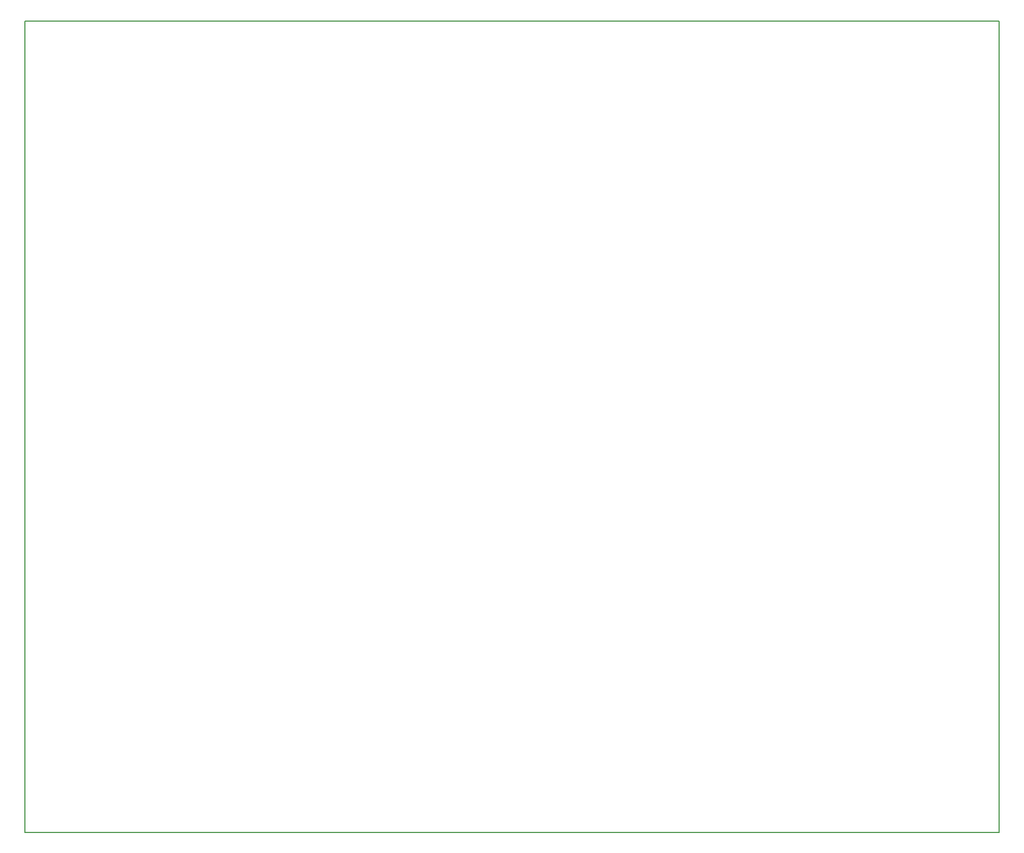
<source format=gbr>
G04 start of page 8 for group 6 idx 6 *
G04 Title: (unknown), outline *
G04 Creator: pcb 4.2.0 *
G04 CreationDate: Thu Jun 25 11:34:01 2020 UTC *
G04 For: commonadmin *
G04 Format: Gerber/RS-274X *
G04 PCB-Dimensions (mil): 6000.00 5000.00 *
G04 PCB-Coordinate-Origin: lower left *
%MOIN*%
%FSLAX25Y25*%
%LNOUTLINE*%
%ADD11C,0.0060*%
G54D11*X0Y500000D02*Y0D01*
Y500000D02*X600000D01*
X0Y0D02*X600000D01*
Y500000D02*Y0D01*
M02*

</source>
